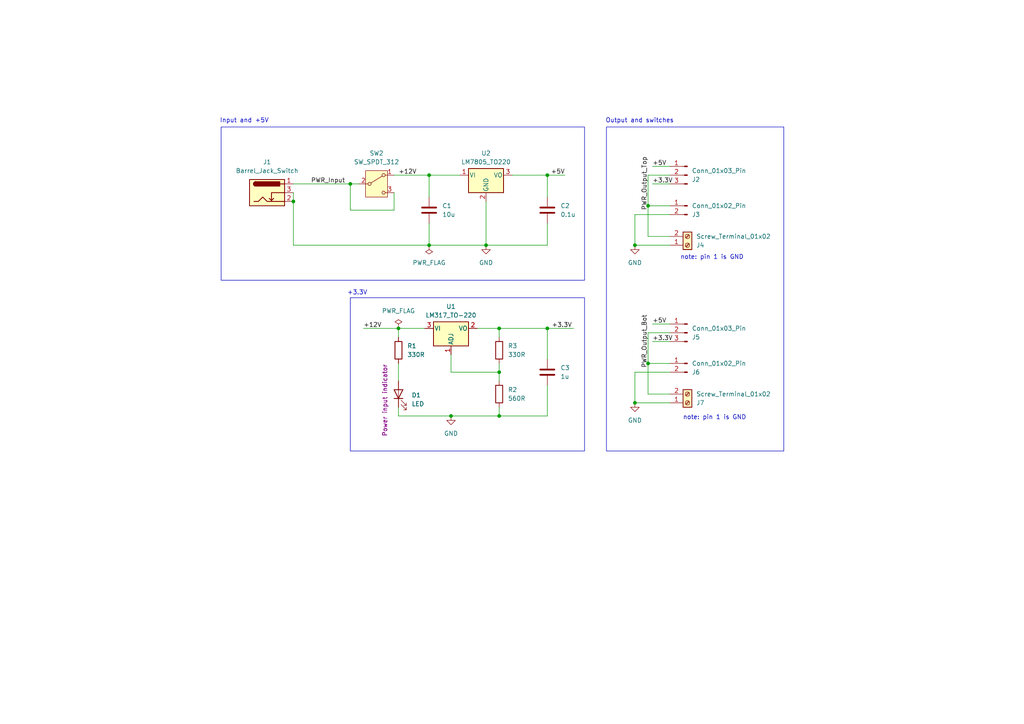
<source format=kicad_sch>
(kicad_sch (version 20231120) (generator "eeschema") (generator_version "8.0")
  (paper "A4")
  (title_block (title "Breadboard power supply") (date "2024-08-29") (rev "1"))
  (lib_symbols
    (symbol "Connector:Barrel_Jack_Switch" (pin_names hide)
      (property "Reference" "J" (at 0 5.334 0))
      (property "Value" "Barrel_Jack_Switch" (at 0 -5.08 0))
      (symbol "Barrel_Jack_Switch_0_1"
        (rectangle (start -5.08 3.81) (end 5.08 -3.81) (stroke (width 0.254)) (fill (type background)))
        (arc (start -3.302 3.175) (mid -3.9343 2.54) (end -3.302 1.905) (stroke (width 0.254)))
        (arc (start -3.302 3.175) (mid -3.9343 2.54) (end -3.302 1.905) (stroke (width 0.254)) (fill (type outline)))
        (polyline (pts (xy 1.27 -2.286) (xy 1.905 -1.651)) (stroke (width 0.254)))
        (polyline (pts (xy 5.08 2.54) (xy 3.81 2.54)) (stroke (width 0.254)))
        (polyline (pts (xy 5.08 0) (xy 1.27 0) (xy 1.27 -2.286) (xy 0.635 -1.651)) (stroke (width 0.254)))
        (polyline (pts (xy -3.81 -2.54) (xy -2.54 -2.54) (xy -1.27 -1.27) (xy 0 -2.54) (xy 2.54 -2.54) (xy 5.08 -2.54)) (stroke (width 0.254)))
        (rectangle (start 3.683 3.175) (end -3.302 1.905) (stroke (width 0.254)) (fill (type outline)))
      )
      (symbol "Barrel_Jack_Switch_1_1"
        (pin passive line (at 7.62 2.54 180) (length 2.54) (name "~") (number "1"))
        (pin passive line (at 7.62 -2.54 180) (length 2.54) (name "~") (number "2"))
        (pin passive line (at 7.62 0 180) (length 2.54) (name "~") (number "3"))
      )
    )
    (symbol "Connector:Conn_01x02_Pin" (pin_names (offset 1.016) hide)
      (property "Reference" "J" (at 0 2.54 0))
      (property "Value" "Conn_01x02_Pin" (at 0 -5.08 0))
      (symbol "Conn_01x02_Pin_1_1"
        (polyline (pts (xy 1.27 -2.54) (xy 0.8636 -2.54)) (stroke (width 0.1524)))
        (polyline (pts (xy 1.27 0) (xy 0.8636 0)) (stroke (width 0.1524)))
        (rectangle (start 0.8636 -2.413) (end 0 -2.667) (stroke (width 0.1524)) (fill (type outline)))
        (rectangle (start 0.8636 0.127) (end 0 -0.127) (stroke (width 0.1524)) (fill (type outline)))
        (pin passive line (at 5.08 0 180) (length 3.81) (name "Pin_1") (number "1"))
        (pin passive line (at 5.08 -2.54 180) (length 3.81) (name "Pin_2") (number "2"))
      )
    )
    (symbol "Connector:Conn_01x03_Pin" (pin_names (offset 1.016) hide)
      (property "Reference" "J" (at 0 5.08 0))
      (property "Value" "Conn_01x03_Pin" (at 0 -5.08 0))
      (symbol "Conn_01x03_Pin_1_1"
        (polyline (pts (xy 1.27 -2.54) (xy 0.8636 -2.54)) (stroke (width 0.1524)))
        (polyline (pts (xy 1.27 0) (xy 0.8636 0)) (stroke (width 0.1524)))
        (polyline (pts (xy 1.27 2.54) (xy 0.8636 2.54)) (stroke (width 0.1524)))
        (rectangle (start 0.8636 -2.413) (end 0 -2.667) (stroke (width 0.1524)) (fill (type outline)))
        (rectangle (start 0.8636 0.127) (end 0 -0.127) (stroke (width 0.1524)) (fill (type outline)))
        (rectangle (start 0.8636 2.667) (end 0 2.413) (stroke (width 0.1524)) (fill (type outline)))
        (pin passive line (at 5.08 2.54 180) (length 3.81) (name "Pin_1") (number "1"))
        (pin passive line (at 5.08 0 180) (length 3.81) (name "Pin_2") (number "2"))
        (pin passive line (at 5.08 -2.54 180) (length 3.81) (name "Pin_3") (number "3"))
      )
    )
    (symbol "Connector:Screw_Terminal_01x02" (pin_names (offset 1.016) hide)
      (property "Reference" "J" (at 0 2.54 0))
      (property "Value" "Screw_Terminal_01x02" (at 0 -5.08 0))
      (symbol "Screw_Terminal_01x02_1_1"
        (rectangle (start -1.27 1.27) (end 1.27 -3.81) (stroke (width 0.254)) (fill (type background)))
        (circle (center 0 -2.54) (radius 0.635) (stroke (width 0.1524)))
        (polyline (pts (xy -0.5334 -2.2098) (xy 0.3302 -3.048)) (stroke (width 0.1524)))
        (polyline (pts (xy -0.5334 0.3302) (xy 0.3302 -0.508)) (stroke (width 0.1524)))
        (polyline (pts (xy -0.3556 -2.032) (xy 0.508 -2.8702)) (stroke (width 0.1524)))
        (polyline (pts (xy -0.3556 0.508) (xy 0.508 -0.3302)) (stroke (width 0.1524)))
        (circle (center 0 0) (radius 0.635) (stroke (width 0.1524)))
        (pin passive line (at -5.08 0 0) (length 3.81) (name "Pin_1") (number "1"))
        (pin passive line (at -5.08 -2.54 0) (length 3.81) (name "Pin_2") (number "2"))
      )
    )
    (symbol "Device:C" (pin_numbers hide) (pin_names (offset 0.254))
      (property "Reference" "C" (at 0.635 2.54 0))
      (property "Value" "C" (at 0.635 -2.54 0))
      (symbol "C_0_1"
        (polyline (pts (xy -2.032 -0.762) (xy 2.032 -0.762)) (stroke (width 0.508)))
        (polyline (pts (xy -2.032 0.762) (xy 2.032 0.762)) (stroke (width 0.508)))
      )
      (symbol "C_1_1"
        (pin passive line (at 0 3.81 270) (length 2.794) (name "~") (number "1"))
        (pin passive line (at 0 -3.81 90) (length 2.794) (name "~") (number "2"))
      )
    )
    (symbol "Device:LED" (pin_numbers hide) (pin_names (offset 1.016) hide)
      (property "Reference" "D" (at 0 2.54 0))
      (property "Value" "LED" (at 0 -2.54 0))
      (symbol "LED_0_1"
        (polyline (pts (xy -1.27 -1.27) (xy -1.27 1.27)) (stroke (width 0.254)))
        (polyline (pts (xy -1.27 0) (xy 1.27 0)))
        (polyline (pts (xy 1.27 -1.27) (xy 1.27 1.27) (xy -1.27 0) (xy 1.27 -1.27)) (stroke (width 0.254)))
        (polyline (pts (xy -3.048 -0.762) (xy -4.572 -2.286) (xy -3.81 -2.286) (xy -4.572 -2.286) (xy -4.572 -1.524)))
        (polyline (pts (xy -1.778 -0.762) (xy -3.302 -2.286) (xy -2.54 -2.286) (xy -3.302 -2.286) (xy -3.302 -1.524)))
      )
      (symbol "LED_1_1"
        (pin passive line (at -3.81 0 0) (length 2.54) (name "K") (number "1"))
        (pin passive line (at 3.81 0 180) (length 2.54) (name "A") (number "2"))
      )
    )
    (symbol "Device:R" (pin_numbers hide) (pin_names (offset 0))
      (property "Reference" "R" (at 2.032 0 90))
      (property "Value" "R" (at 0 0 90))
      (symbol "R_0_1"
        (rectangle (start -1.016 -2.54) (end 1.016 2.54) (stroke (width 0.254)))
      )
      (symbol "R_1_1"
        (pin passive line (at 0 3.81 270) (length 1.27) (name "~") (number "1"))
        (pin passive line (at 0 -3.81 90) (length 1.27) (name "~") (number "2"))
      )
    )
    (symbol "Regulator_Linear:LM317_TO-220" (pin_names (offset 0.254))
      (property "Reference" "U" (at -3.81 3.175 0))
      (property "Value" "LM317_TO-220" (at 0 3.175 0))
      (symbol "LM317_TO-220_0_1"
        (rectangle (start -5.08 1.905) (end 5.08 -5.08) (stroke (width 0.254)) (fill (type background)))
      )
      (symbol "LM317_TO-220_1_1"
        (pin input line (at 0 -7.62 90) (length 2.54) (name "ADJ") (number "1"))
        (pin power_out line (at 7.62 0 180) (length 2.54) (name "VO") (number "2"))
        (pin power_in line (at -7.62 0 0) (length 2.54) (name "VI") (number "3"))
      )
    )
    (symbol "Regulator_Linear:LM7805_TO220" (pin_names (offset 0.254))
      (property "Reference" "U" (at -3.81 3.175 0))
      (property "Value" "LM7805_TO220" (at 0 3.175 0))
      (symbol "LM7805_TO220_0_1"
        (rectangle (start -5.08 1.905) (end 5.08 -5.08) (stroke (width 0.254)) (fill (type background)))
      )
      (symbol "LM7805_TO220_1_1"
        (pin power_in line (at -7.62 0 0) (length 2.54) (name "VI") (number "1"))
        (pin power_in line (at 0 -7.62 90) (length 2.54) (name "GND") (number "2"))
        (pin power_out line (at 7.62 0 180) (length 2.54) (name "VO") (number "3"))
      )
    )
    (symbol "Switch:SW_SPDT_312" (pin_names (offset 1) hide)
      (property "Reference" "SW2" (at 0 8.89 0))
      (property "Value" "SW_SPDT_312" (at 0 6.35 0))
      (symbol "SW_SPDT_312_0_1"
        (circle (center -2.032 0) (radius 0.4572))
        (polyline (pts (xy -1.651 0.254) (xy 1.651 2.286)))
        (circle (center 2.032 -2.54) (radius 0.4572))
        (circle (center 2.032 2.54) (radius 0.4572))
      )
      (symbol "SW_SPDT_312_1_1"
        (rectangle (start -3.175 3.81) (end 3.175 -3.81) (fill (type background)))
        (pin passive line (at 5.08 2.54 180) (length 2.54) (name "A") (number "1"))
        (pin passive line (at -5.08 0 0) (length 2.54) (name "B") (number "2"))
        (pin passive line (at 5.08 -2.54 180) (length 2.54) (name "C") (number "3"))
      )
    )
    (symbol "power:GND" (power) (pin_numbers hide) (pin_names (offset 0) hide)
      (property "Value" "GND" (at 0 -3.81 0))
      (symbol "GND_0_1"
        (polyline (pts (xy 0 0) (xy 0 -1.27) (xy 1.27 -1.27) (xy 0 -2.54) (xy -1.27 -1.27) (xy 0 -1.27)))
      )
      (symbol "GND_1_1"
        (pin power_in line (at 0 0 270) (length 0) (name "~") (number "1"))
      )
    )
    (symbol "power:PWR_FLAG" (power) (pin_numbers hide) (pin_names (offset 0) hide)
      (property "Value" "PWR_FLAG" (at 0 3.81 0))
      (symbol "PWR_FLAG_0_0"
        (pin power_out line (at 0 0 90) (length 0) (name "~") (number "1"))
      )
      (symbol "PWR_FLAG_0_1"
        (polyline (pts (xy 0 0) (xy 0 1.27) (xy -1.016 1.905) (xy 0 2.54) (xy 1.016 1.905) (xy 0 1.27)))
      )
    )
  )
  (junction (at 144.78 95.25))
  (junction (at 115.57 95.25))
  (junction (at 124.46 71.12))
  (junction (at 85.09 58.42))
  (junction (at 101.6 53.34))
  (junction (at 184.15 71.12))
  (junction (at 124.46 50.8))
  (junction (at 144.78 120.65))
  (junction (at 130.81 120.65))
  (junction (at 187.96 59.69))
  (junction (at 144.78 107.95))
  (junction (at 158.75 50.8))
  (junction (at 187.96 105.41))
  (junction (at 184.15 116.84))
  (junction (at 158.75 95.25))
  (junction (at 140.97 71.12))
  (wire (pts (xy 115.57 120.65) (xy 130.81 120.65)))
  (wire (pts (xy 194.31 50.8) (xy 187.96 50.8)))
  (wire (pts (xy 101.6 53.34) (xy 101.6 60.96)))
  (wire (pts (xy 158.75 95.25) (xy 158.75 104.14)))
  (wire (pts (xy 189.23 48.26) (xy 194.31 48.26)))
  (wire (pts (xy 101.6 53.34) (xy 104.14 53.34)))
  (wire (pts (xy 124.46 71.12) (xy 124.46 64.77)))
  (wire (pts (xy 124.46 71.12) (xy 140.97 71.12)))
  (wire (pts (xy 144.78 105.41) (xy 144.78 107.95)))
  (wire (pts (xy 124.46 50.8) (xy 133.35 50.8)))
  (wire (pts (xy 140.97 71.12) (xy 158.75 71.12)))
  (wire (pts (xy 115.57 118.11) (xy 115.57 120.65)))
  (wire (pts (xy 101.6 60.96) (xy 114.3 60.96)))
  (wire (pts (xy 85.09 58.42) (xy 85.09 71.12)))
  (wire (pts (xy 194.31 96.52) (xy 187.96 96.52)))
  (wire (pts (xy 158.75 50.8) (xy 163.83 50.8)))
  (wire (pts (xy 184.15 116.84) (xy 194.31 116.84)))
  (wire (pts (xy 144.78 120.65) (xy 158.75 120.65)))
  (wire (pts (xy 187.96 105.41) (xy 194.31 105.41)))
  (wire (pts (xy 114.3 55.88) (xy 114.3 60.96)))
  (wire (pts (xy 115.57 95.25) (xy 123.19 95.25)))
  (wire (pts (xy 187.96 59.69) (xy 187.96 68.58)))
  (wire (pts (xy 158.75 95.25) (xy 166.37 95.25)))
  (wire (pts (xy 187.96 114.3) (xy 194.31 114.3)))
  (wire (pts (xy 184.15 107.95) (xy 184.15 116.84)))
  (wire (pts (xy 184.15 71.12) (xy 194.31 71.12)))
  (wire (pts (xy 184.15 107.95) (xy 194.31 107.95)))
  (wire (pts (xy 158.75 64.77) (xy 158.75 71.12)))
  (wire (pts (xy 184.15 62.23) (xy 184.15 71.12)))
  (wire (pts (xy 130.81 107.95) (xy 144.78 107.95)))
  (wire (pts (xy 187.96 96.52) (xy 187.96 105.41)))
  (wire (pts (xy 189.23 93.98) (xy 194.31 93.98)))
  (wire (pts (xy 85.09 71.12) (xy 124.46 71.12)))
  (wire (pts (xy 144.78 95.25) (xy 158.75 95.25)))
  (wire (pts (xy 189.23 53.34) (xy 194.31 53.34)))
  (wire (pts (xy 187.96 59.69) (xy 194.31 59.69)))
  (wire (pts (xy 187.96 68.58) (xy 194.31 68.58)))
  (wire (pts (xy 144.78 118.11) (xy 144.78 120.65)))
  (wire (pts (xy 124.46 50.8) (xy 124.46 57.15)))
  (wire (pts (xy 115.57 97.79) (xy 115.57 95.25)))
  (wire (pts (xy 187.96 105.41) (xy 187.96 114.3)))
  (wire (pts (xy 144.78 107.95) (xy 144.78 110.49)))
  (wire (pts (xy 158.75 111.76) (xy 158.75 120.65)))
  (wire (pts (xy 138.43 95.25) (xy 144.78 95.25)))
  (wire (pts (xy 189.23 99.06) (xy 194.31 99.06)))
  (wire (pts (xy 148.59 50.8) (xy 158.75 50.8)))
  (wire (pts (xy 105.41 95.25) (xy 115.57 95.25)))
  (wire (pts (xy 130.81 102.87) (xy 130.81 107.95)))
  (wire (pts (xy 144.78 95.25) (xy 144.78 97.79)))
  (wire (pts (xy 187.96 50.8) (xy 187.96 59.69)))
  (wire (pts (xy 114.3 50.8) (xy 124.46 50.8)))
  (wire (pts (xy 85.09 53.34) (xy 101.6 53.34)))
  (wire (pts (xy 184.15 62.23) (xy 194.31 62.23)))
  (wire (pts (xy 115.57 105.41) (xy 115.57 110.49)))
  (wire (pts (xy 140.97 58.42) (xy 140.97 71.12)))
  (wire (pts (xy 158.75 50.8) (xy 158.75 57.15)))
  (wire (pts (xy 130.81 120.65) (xy 144.78 120.65)))
  (wire (pts (xy 85.09 55.88) (xy 85.09 58.42)))
  (rectangle (start 175.895 36.83) (end 227.33 130.81))
  (rectangle (start 101.6 86.36) (end 169.545 130.81))
  (rectangle (start 64.135 36.83) (end 169.545 81.28))
  (text "+3.3V" (at 103.632 84.963 0) (effects (font (size 1.27 1.27))))
  (text "note: pin 1 is GND" (at 206.502 74.676 0) (effects (font (size 1.27 1.27))))
  (text "Input and +5V" (at 70.866 35.052 0) (effects (font (size 1.27 1.27))))
  (text "note: pin 1 is GND" (at 207.264 121.158 0) (effects (font (size 1.27 1.27))))
  (text "Output and switches" (at 185.547 35.052 0) (effects (font (size 1.27 1.27))))
  (label "+3.3V" (at 189.23 53.34 0))
  (label "PWR_Output_Top" (at 187.96 60.96 90))
  (label "+5V" (at 163.83 50.8 180))
  (label "+12V" (at 115.57 50.8 0))
  (label "+3.3V" (at 160.02 95.25 0))
  (label "PWR_Input" (at 90.17 53.34 0))
  (label "+12V" (at 105.41 95.25 0))
  (label "+5V" (at 189.23 48.26 0))
  (label "+5V" (at 189.23 93.98 0))
  (label "+3.3V" (at 189.23 99.06 0))
  (label "PWR_Output_Bot" (at 187.96 106.68 90))
  (symbol (lib_id "Device:R") (at 144.78 114.3 0) (unit 1)
    (property "Reference" "R2" (at 147.32 113.0299 0) (effects (justify left)))
    (property "Value" "560R" (at 147.32 115.5699 0) (effects (justify left)))
    (property "Footprint" "Resistor_THT:R_Axial_DIN0204_L3.6mm_D1.6mm_P7.62mm_Horizontal" (effects (hide yes)))
    (property "Description" "Resistor" (effects (hide yes)))
  )
  (symbol (lib_id "Connector:Conn_01x03_Pin") (at 199.39 50.8 0) (mirror y) (unit 1)
    (property "Reference" "J2" (at 200.66 52.0701 0) (effects (justify right)))
    (property "Value" "Conn_01x03_Pin" (at 200.66 49.5301 0) (effects (justify right)))
    (property "Footprint" "Connector_PinHeader_2.54mm:PinHeader_1x03_P2.54mm_Vertical" (effects (hide yes)))
    (property "Description" "Generic connector, single row, 01x03, script generated" (effects (hide yes)))
  )
  (symbol (lib_id "Device:R") (at 144.78 101.6 0) (unit 1)
    (property "Reference" "R3" (at 147.32 100.3299 0) (effects (justify left)))
    (property "Value" "330R" (at 147.32 102.8699 0) (effects (justify left)))
    (property "Footprint" "Resistor_THT:R_Axial_DIN0204_L3.6mm_D1.6mm_P7.62mm_Horizontal" (effects (hide yes)))
    (property "Description" "Resistor" (effects (hide yes)))
  )
  (symbol (lib_id "Regulator_Linear:LM7805_TO220") (at 140.97 50.8 0) (unit 1)
    (property "Reference" "U2" (at 140.97 44.45 0))
    (property "Value" "LM7805_TO220" (at 140.97 46.99 0))
    (property "Footprint" "Package_TO_SOT_THT:TO-220-3_Vertical" (effects (hide yes)))
    (property "Datasheet" "https://www.onsemi.cn/PowerSolutions/document/MC7800-D.PDF" (effects (hide yes)))
    (property "Description" "Positive 1A 35V Linear Regulator, Fixed Output 5V, TO-220" (effects (hide yes)))
  )
  (symbol (lib_id "power:GND") (at 184.15 71.12 0) (unit 1)
    (property "Reference" "#PWR03" (effects (hide yes)))
    (property "Value" "GND" (at 184.15 76.2 0))
    (property "Description" "Power symbol creates a global label with name \"GND\" , ground" (effects (hide yes)))
  )
  (symbol (lib_id "Connector:Barrel_Jack_Switch") (at 77.47 55.88 0) (unit 1)
    (property "Reference" "J1" (at 77.47 46.99 0))
    (property "Value" "Barrel_Jack_Switch" (at 77.47 49.53 0))
    (property "Footprint" "Connector_BarrelJack:BarrelJack_Horizontal" (effects (hide yes)))
    (property "Description" "DC Barrel Jack with an internal switch" (effects (hide yes)))
  )
  (symbol (lib_id "Device:C") (at 158.75 60.96 0) (unit 1)
    (property "Reference" "C2" (at 162.56 59.6899 0) (effects (justify left)))
    (property "Value" "0.1u" (at 162.56 62.2299 0) (effects (justify left)))
    (property "Footprint" "Capacitor_THT:C_Disc_D3.0mm_W1.6mm_P2.50mm" (effects (hide yes)))
    (property "Description" "Unpolarized capacitor" (effects (hide yes)))
  )
  (symbol (lib_id "Connector:Conn_01x03_Pin") (at 199.39 96.52 0) (mirror y) (unit 1)
    (property "Reference" "J5" (at 200.66 97.7901 0) (effects (justify right)))
    (property "Value" "Conn_01x03_Pin" (at 200.66 95.2501 0) (effects (justify right)))
    (property "Footprint" "Connector_PinHeader_2.54mm:PinHeader_1x03_P2.54mm_Vertical" (effects (hide yes)))
    (property "Description" "Generic connector, single row, 01x03, script generated" (effects (hide yes)))
  )
  (symbol (lib_id "Connector:Screw_Terminal_01x02") (at 199.39 116.84 0) (mirror x) (unit 1)
    (property "Reference" "J7" (at 201.93 116.8401 0) (effects (justify left)))
    (property "Value" "Screw_Terminal_01x02" (at 201.93 114.3001 0) (effects (justify left)))
    (property "Footprint" "#jjlib:TerminalBlock_bornier-2_P5.08mm" (effects (hide yes)))
    (property "Description" "Generic screw terminal, single row, 01x02, script generated (kicad-library-utils/schlib/autogen/connector/)" (effects (hide yes)))
  )
  (symbol (lib_id "Device:C") (at 158.75 107.95 0) (unit 1)
    (property "Reference" "C3" (at 162.56 106.6799 0) (effects (justify left)))
    (property "Value" "1u" (at 162.56 109.2199 0) (effects (justify left)))
    (property "Footprint" "Capacitor_THT:C_Disc_D3.0mm_W1.6mm_P2.50mm" (effects (hide yes)))
    (property "Description" "Unpolarized capacitor" (effects (hide yes)))
  )
  (symbol (lib_id "Connector:Conn_01x02_Pin") (at 199.39 105.41 0) (mirror y) (unit 1)
    (property "Reference" "J6" (at 200.66 107.9501 0) (effects (justify right)))
    (property "Value" "Conn_01x02_Pin" (at 200.66 105.4101 0) (effects (justify right)))
    (property "Footprint" "Connector_PinHeader_2.54mm:PinHeader_1x02_P2.54mm_Vertical" (effects (hide yes)))
    (property "Description" "Generic connector, single row, 01x02, script generated" (effects (hide yes)))
  )
  (symbol (lib_id "power:GND") (at 130.81 120.65 0) (unit 1)
    (property "Reference" "#PWR02" (effects (hide yes)))
    (property "Value" "GND" (at 130.81 125.73 0))
    (property "Description" "Power symbol creates a global label with name \"GND\" , ground" (effects (hide yes)))
  )
  (symbol (lib_id "power:PWR_FLAG") (at 124.46 71.12 180) (unit 1)
    (property "Reference" "#FLG01" (effects (hide yes)))
    (property "Value" "PWR_FLAG" (at 124.46 76.2 0))
    (property "Description" "Special symbol for telling ERC where power comes from" (effects (hide yes)))
  )
  (symbol (lib_id "Connector:Conn_01x02_Pin") (at 199.39 59.69 0) (mirror y) (unit 1)
    (property "Reference" "J3" (at 200.66 62.2301 0) (effects (justify right)))
    (property "Value" "Conn_01x02_Pin" (at 200.66 59.6901 0) (effects (justify right)))
    (property "Footprint" "Connector_PinHeader_2.54mm:PinHeader_1x02_P2.54mm_Vertical" (effects (hide yes)))
    (property "Description" "Generic connector, single row, 01x02, script generated" (effects (hide yes)))
  )
  (symbol (lib_id "Connector:Screw_Terminal_01x02") (at 199.39 71.12 0) (mirror x) (unit 1)
    (property "Reference" "J4" (at 201.93 71.1201 0) (effects (justify left)))
    (property "Value" "Screw_Terminal_01x02" (at 201.93 68.5801 0) (effects (justify left)))
    (property "Footprint" "#jjlib:TerminalBlock_bornier-2_P5.08mm" (effects (hide yes)))
    (property "Description" "Generic screw terminal, single row, 01x02, script generated (kicad-library-utils/schlib/autogen/connector/)" (effects (hide yes)))
  )
  (symbol (lib_id "power:PWR_FLAG") (at 115.57 95.25 0) (unit 1)
    (property "Reference" "#FLG02" (effects (hide yes)))
    (property "Value" "PWR_FLAG" (at 115.57 90.17 0))
    (property "Description" "Special symbol for telling ERC where power comes from" (effects (hide yes)))
  )
  (symbol (lib_id "Regulator_Linear:LM317_TO-220") (at 130.81 95.25 0) (unit 1)
    (property "Reference" "U1" (at 130.81 88.9 0))
    (property "Value" "LM317_TO-220" (at 130.81 91.44 0))
    (property "Footprint" "Package_TO_SOT_THT:TO-220-3_Vertical" (effects (hide yes)))
    (property "Datasheet" "http://www.ti.com/lit/ds/symlink/lm317.pdf" (effects (hide yes)))
    (property "Description" "1.5A 35V Adjustable Linear Regulator, TO-220" (effects (hide yes)))
  )
  (symbol (lib_id "Switch:SW_SPDT_312") (at 109.22 53.34 0) (unit 1)
    (property "Reference" "SW2" (at 109.22 44.45 0))
    (property "Value" "SW_SPDT_312" (at 109.22 46.99 0))
    (property "Footprint" "#download:SW_1218_EWI" (effects (hide yes)))
    (property "Datasheet" "Test" (effects (hide yes)))
    (property "Description" "Switch, single pole double throw" (effects (hide yes)))
  )
  (symbol (lib_id "power:GND") (at 140.97 71.12 0) (unit 1)
    (property "Reference" "#PWR01" (effects (hide yes)))
    (property "Value" "GND" (at 140.97 76.2 0))
    (property "Description" "Power symbol creates a global label with name \"GND\" , ground" (effects (hide yes)))
  )
  (symbol (lib_id "Device:C") (at 124.46 60.96 0) (unit 1)
    (property "Reference" "C1" (at 128.27 59.6899 0) (effects (justify left)))
    (property "Value" "10u" (at 128.27 62.2299 0) (effects (justify left)))
    (property "Footprint" "Capacitor_THT:C_Disc_D3.0mm_W1.6mm_P2.50mm" (effects (hide yes)))
    (property "Description" "Unpolarized capacitor" (effects (hide yes)))
    (property "MyField" "Test Field" (effects (hide yes)))
  )
  (symbol (lib_id "Device:R") (at 115.57 101.6 0) (unit 1)
    (property "Reference" "R1" (at 118.11 100.3299 0) (effects (justify left)))
    (property "Value" "330R" (at 118.11 102.8699 0) (effects (justify left)))
    (property "Footprint" "Resistor_THT:R_Axial_DIN0204_L3.6mm_D1.6mm_P7.62mm_Horizontal" (effects (hide yes)))
    (property "Description" "Resistor" (effects (hide yes)))
  )
  (symbol (lib_id "power:GND") (at 184.15 116.84 0) (unit 1)
    (property "Reference" "#PWR04" (effects (hide yes)))
    (property "Value" "GND" (at 184.15 121.92 0))
    (property "Description" "Power symbol creates a global label with name \"GND\" , ground" (effects (hide yes)))
  )
  (symbol (lib_id "Device:LED") (at 115.57 114.3 90) (unit 1)
    (property "Reference" "D1" (at 119.38 114.6174 90) (effects (justify right)))
    (property "Value" "LED" (at 119.38 117.1574 90) (effects (justify right)))
    (property "Footprint" "LED_THT:LED_D5.0mm" (effects (hide yes)))
    (property "Description" "Light emitting diode" (effects (hide yes)))
    (property "Purpose" "Power input indicator" (at 111.633 116.078 0))
  )
)
</source>
